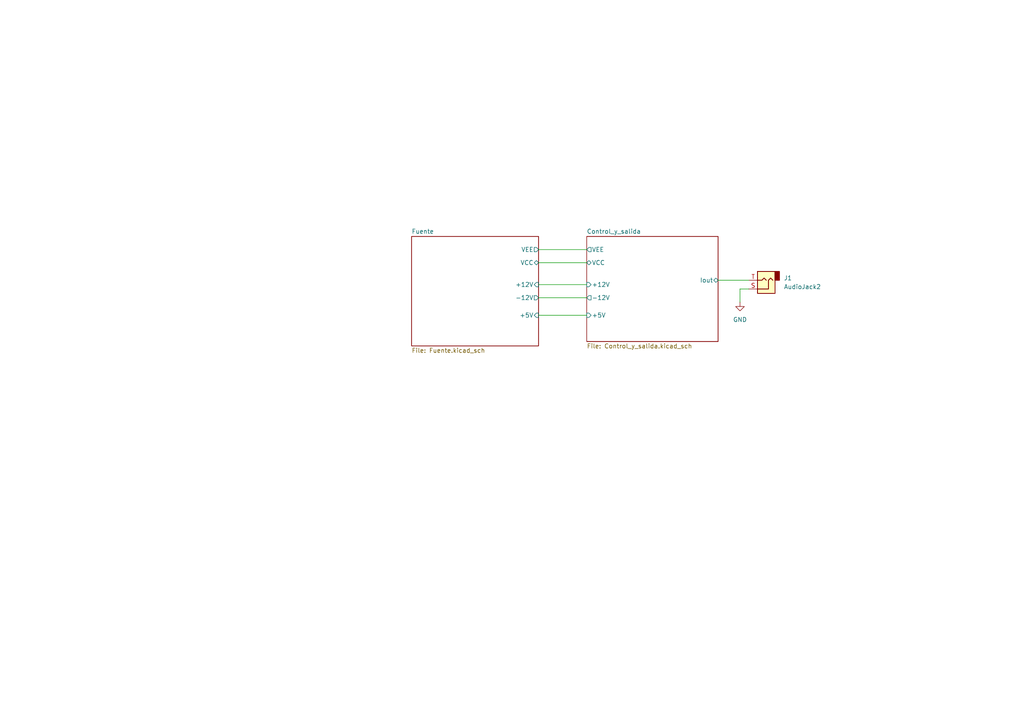
<source format=kicad_sch>
(kicad_sch (version 20211123) (generator eeschema)
  (paper "A4")
  (title_block (title "Electroestimulador_p_corriente") (date "2022-08-21") (rev "1") (company "FaCENA-UNNE") (comment 1 "Dispositivo para relevamiento de umbrales de sensibilidad tactil.") (comment 2 "Tesis MIB: García Cabrera, Jeremías A."))
  (lib_symbols
    (symbol "Connector:AudioJack2"
      (property "Reference" "J" (at 0 8.89 0))
      (property "Value" "AudioJack2" (at 0 6.35 0))
      (symbol "AudioJack2_0_1"
        (rectangle (start -3.81 0) (end -2.54 -2.54) (stroke (width 0.254)) (fill (type outline)))
        (rectangle (start -2.54 3.81) (end 2.54 -2.54) (stroke (width 0.254)) (fill (type background)))
        (polyline (pts (xy 0 0) (xy 0.635 -0.635) (xy 1.27 0) (xy 2.54 0)) (stroke (width 0.254)))
        (polyline (pts (xy 2.54 2.54) (xy -0.635 2.54) (xy -0.635 0) (xy -1.27 -0.635) (xy -1.905 0)) (stroke (width 0.254)))
      )
      (symbol "AudioJack2_1_1"
        (pin passive line (at 5.08 2.54 180) (length 2.54) (name "~") (number "S"))
        (pin passive line (at 5.08 0 180) (length 2.54) (name "~") (number "T"))
      )
    )
    (symbol "power:GND" (power) (pin_names (offset 0))
      (property "Value" "GND" (at 0 -3.81 0))
      (symbol "GND_0_1"
        (polyline (pts (xy 0 0) (xy 0 -1.27) (xy 1.27 -1.27) (xy 0 -2.54) (xy -1.27 -1.27) (xy 0 -1.27)))
      )
      (symbol "GND_1_1"
        (pin power_in line (at 0 0 270) (length 0) hide (name "GND") (number "1"))
      )
    )
  )
  (wire (pts (xy 214.63 83.82) (xy 214.63 87.63)))
  (wire (pts (xy 217.17 83.82) (xy 214.63 83.82)))
  (wire (pts (xy 156.21 72.39) (xy 170.18 72.39)))
  (wire (pts (xy 156.21 76.2) (xy 170.18 76.2)))
  (wire (pts (xy 156.21 91.44) (xy 170.18 91.44)))
  (wire (pts (xy 156.21 86.36) (xy 170.18 86.36)))
  (wire (pts (xy 156.21 82.55) (xy 170.18 82.55)))
  (wire (pts (xy 208.28 81.28) (xy 217.17 81.28)))
  (symbol (lib_id "Connector:AudioJack2") (at 222.25 81.28 180) (unit 1)
    (property "Reference" "J1" (at 227.33 80.6449 0) (effects (justify right)))
    (property "Value" "AudioJack2" (at 227.33 83.1849 0) (effects (justify right)))
    (property "Footprint" "Connector_Audio:Jack_3.5mm_Ledino_KB3SPRS_Horizontal" (effects hide))
  )
  (symbol (lib_id "power:GND") (at 214.63 87.63 0) (unit 1)
    (property "Reference" "#PWR01" (effects hide))
    (property "Value" "GND" (at 214.63 92.71 0))
  )
  (sheet (at 170.18 68.58) (size 38.1 30.48) (stroke (width 0.1524))
    (property "Sheet name" "Control_y_salida" (at 170.18 67.8684 0) (effects (justify left bottom)))
    (property "Sheet file" "Control_y_salida.kicad_sch" (at 170.18 99.6446 0) (effects (justify left top)))
    (pin "-12V" output (at 170.18 86.36 180))
    (pin "+5V" input (at 170.18 91.44 180))
    (pin "Iout" bidirectional (at 208.28 81.28 0))
    (pin "+12V" input (at 170.18 82.55 180))
    (pin "VEE" output (at 170.18 72.39 180))
    (pin "VCC" bidirectional (at 170.18 76.2 180))
  )
  (sheet (at 119.38 68.58) (size 36.83 31.75) (stroke (width 0.1524))
    (property "Sheet name" "Fuente" (at 119.38 67.8684 0) (effects (justify left bottom)))
    (property "Sheet file" "Fuente.kicad_sch" (at 119.38 100.9146 0) (effects (justify left top)))
    (pin "+5V" input (at 156.21 91.44 0))
    (pin "+12V" input (at 156.21 82.55 0))
    (pin "-12V" output (at 156.21 86.36 0))
    (pin "VCC" bidirectional (at 156.21 76.2 0))
    (pin "VEE" output (at 156.21 72.39 0))
  )
)
</source>
